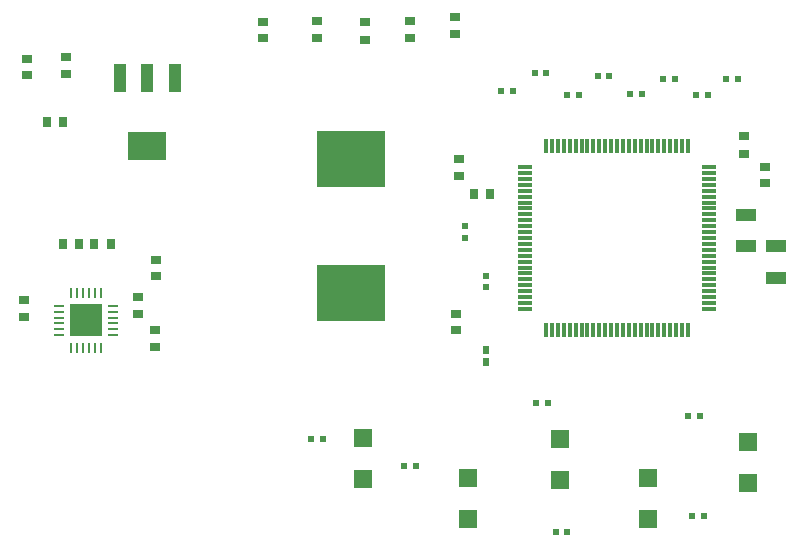
<source format=gtp>
G04 Layer_Color=8421504*
%FSLAX25Y25*%
%MOIN*%
G70*
G01*
G75*
%ADD10R,0.01181X0.04724*%
%ADD11R,0.04724X0.01181*%
%ADD12R,0.06693X0.04331*%
%ADD13R,0.05906X0.05906*%
%ADD14R,0.03543X0.02756*%
%ADD15R,0.03150X0.03543*%
%ADD16R,0.03543X0.03150*%
%ADD17R,0.03937X0.09449*%
%ADD18R,0.12992X0.09449*%
%ADD19R,0.10630X0.10630*%
%ADD20O,0.00984X0.03740*%
%ADD21O,0.03740X0.00984*%
%ADD22R,0.22638X0.18701*%
%ADD23R,0.01969X0.02362*%
%ADD24R,0.02362X0.01969*%
%ADD25R,0.02000X0.02500*%
D10*
X538878Y404512D02*
D03*
X540846D02*
D03*
X542815D02*
D03*
X544783D02*
D03*
X546752D02*
D03*
X548720D02*
D03*
X550689D02*
D03*
X552657D02*
D03*
X554626D02*
D03*
X556594D02*
D03*
X558563D02*
D03*
X560532D02*
D03*
X562500D02*
D03*
X564469D02*
D03*
X566437D02*
D03*
X568406D02*
D03*
X570374D02*
D03*
X572343D02*
D03*
X574311D02*
D03*
X576280D02*
D03*
X578248D02*
D03*
X580217D02*
D03*
X582185D02*
D03*
X584154D02*
D03*
X586122D02*
D03*
Y343488D02*
D03*
X584154D02*
D03*
X582185D02*
D03*
X580217D02*
D03*
X578248D02*
D03*
X576280D02*
D03*
X574311D02*
D03*
X572343D02*
D03*
X570374D02*
D03*
X568406D02*
D03*
X566437D02*
D03*
X564469D02*
D03*
X562500D02*
D03*
X560532D02*
D03*
X558563D02*
D03*
X556594D02*
D03*
X554626D02*
D03*
X552657D02*
D03*
X550689D02*
D03*
X548720D02*
D03*
X546752D02*
D03*
X544783D02*
D03*
X542815D02*
D03*
X540846D02*
D03*
X538878D02*
D03*
D11*
X593012Y397622D02*
D03*
Y395654D02*
D03*
Y393685D02*
D03*
Y391717D02*
D03*
Y389748D02*
D03*
Y387780D02*
D03*
Y385811D02*
D03*
Y383843D02*
D03*
Y381874D02*
D03*
Y379906D02*
D03*
Y377937D02*
D03*
Y375969D02*
D03*
Y374000D02*
D03*
Y372032D02*
D03*
Y370063D02*
D03*
Y368094D02*
D03*
Y366126D02*
D03*
Y364157D02*
D03*
Y362189D02*
D03*
Y360220D02*
D03*
Y358252D02*
D03*
Y356283D02*
D03*
Y354315D02*
D03*
Y352346D02*
D03*
Y350378D02*
D03*
X531988D02*
D03*
Y352346D02*
D03*
Y354315D02*
D03*
Y356283D02*
D03*
Y358252D02*
D03*
Y360220D02*
D03*
Y362189D02*
D03*
Y364157D02*
D03*
Y366126D02*
D03*
Y368094D02*
D03*
Y370063D02*
D03*
Y372032D02*
D03*
Y374000D02*
D03*
Y375969D02*
D03*
Y377937D02*
D03*
Y379906D02*
D03*
Y381874D02*
D03*
Y383843D02*
D03*
Y385811D02*
D03*
Y387780D02*
D03*
Y389748D02*
D03*
Y391717D02*
D03*
Y393685D02*
D03*
Y395654D02*
D03*
Y397622D02*
D03*
D12*
X615500Y360685D02*
D03*
Y371315D02*
D03*
X605500Y371185D02*
D03*
Y381815D02*
D03*
D13*
X543500Y293220D02*
D03*
Y307000D02*
D03*
X606300Y305990D02*
D03*
Y292210D02*
D03*
X573000Y280220D02*
D03*
Y294000D02*
D03*
X512717Y280220D02*
D03*
Y294000D02*
D03*
X478000Y293500D02*
D03*
Y307280D02*
D03*
D14*
X493500Y440547D02*
D03*
Y446453D02*
D03*
X478500Y440153D02*
D03*
Y446059D02*
D03*
X462500Y440547D02*
D03*
Y446453D02*
D03*
X605000Y402047D02*
D03*
Y407953D02*
D03*
X508500Y441917D02*
D03*
Y447823D02*
D03*
X379000Y428500D02*
D03*
Y434406D02*
D03*
D15*
X372488Y412500D02*
D03*
X378000D02*
D03*
X388244Y372000D02*
D03*
X393756D02*
D03*
X377744D02*
D03*
X383256D02*
D03*
X520256Y388500D02*
D03*
X514744D02*
D03*
D16*
X366000Y428244D02*
D03*
Y433756D02*
D03*
X510000Y400256D02*
D03*
Y394744D02*
D03*
X444500Y440547D02*
D03*
Y446059D02*
D03*
X612000Y397756D02*
D03*
Y392244D02*
D03*
X403000Y354256D02*
D03*
Y348744D02*
D03*
X408500Y337744D02*
D03*
Y343256D02*
D03*
X409000Y361244D02*
D03*
Y366756D02*
D03*
X365000Y353256D02*
D03*
Y347744D02*
D03*
X509000Y348756D02*
D03*
Y343244D02*
D03*
D17*
X415055Y427417D02*
D03*
X406000D02*
D03*
X396945D02*
D03*
D18*
X406000Y404583D02*
D03*
D19*
X385500Y346500D02*
D03*
D20*
X380579Y355555D02*
D03*
X382547D02*
D03*
X384516D02*
D03*
X386484D02*
D03*
X388453D02*
D03*
X390421D02*
D03*
Y337445D02*
D03*
X388453D02*
D03*
X386484D02*
D03*
X384516D02*
D03*
X382547D02*
D03*
X380579D02*
D03*
D21*
X394555Y351421D02*
D03*
Y349453D02*
D03*
Y347484D02*
D03*
Y345516D02*
D03*
Y343547D02*
D03*
Y341579D02*
D03*
X376445D02*
D03*
Y343547D02*
D03*
Y345516D02*
D03*
Y347484D02*
D03*
Y349453D02*
D03*
Y351421D02*
D03*
D22*
X474000Y355657D02*
D03*
Y400342D02*
D03*
D23*
X512000Y378000D02*
D03*
Y374063D02*
D03*
X519000Y357532D02*
D03*
Y361469D02*
D03*
D24*
X527713Y423000D02*
D03*
X523776D02*
D03*
X538969Y429000D02*
D03*
X535031D02*
D03*
X549713Y421500D02*
D03*
X545776D02*
D03*
X559969Y428000D02*
D03*
X556031D02*
D03*
X570713Y422000D02*
D03*
X566776D02*
D03*
X581713Y427000D02*
D03*
X577776D02*
D03*
X588776Y421500D02*
D03*
X592713D02*
D03*
X602713Y427000D02*
D03*
X598776D02*
D03*
X586332Y314600D02*
D03*
X590269D02*
D03*
X587632Y281200D02*
D03*
X591569D02*
D03*
X542032Y276000D02*
D03*
X545969D02*
D03*
X491532Y298000D02*
D03*
X495469D02*
D03*
X460532Y307000D02*
D03*
X464469D02*
D03*
X535532Y319000D02*
D03*
X539469D02*
D03*
D25*
X519000Y336500D02*
D03*
Y332500D02*
D03*
M02*

</source>
